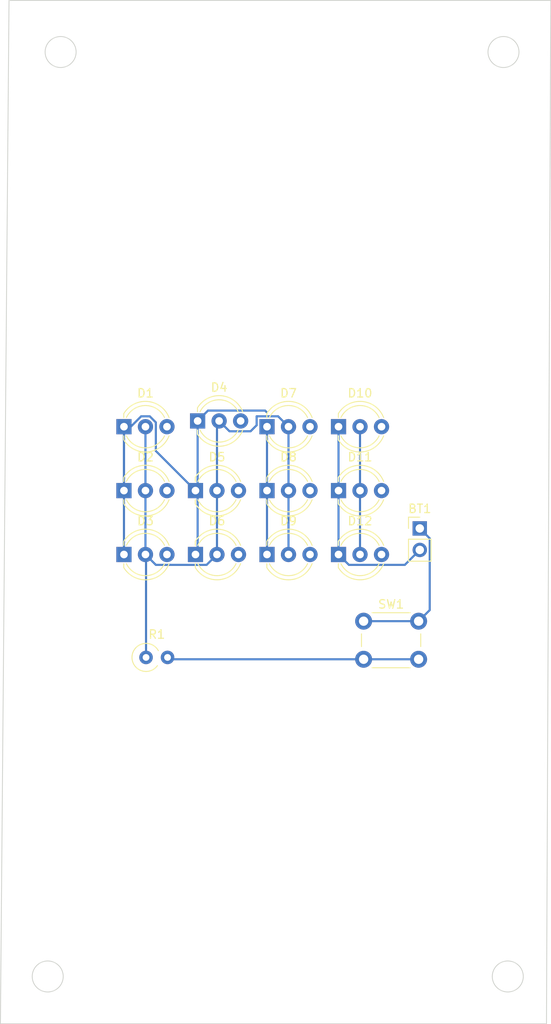
<source format=kicad_pcb>
(kicad_pcb (version 20221018) (generator pcbnew)
  (layers (0 "F.Cu" signal) (31 "B.Cu" signal) (34 "B.Paste" user) (35 "F.Paste" user) (36 "B.SilkS" user "B.Silkscreen") (37 "F.SilkS" user "F.Silkscreen") (38 "B.Mask" user) (39 "F.Mask" user) (44 "Edge.Cuts" user))
  (net 0 "")
  (net 1 "Net-(BT1-+)")
  (net 2 "Net-(BT1--)")
  (net 3 "Net-(D1-A)")
  (net 4 "Net-(R1-Pad2)")
  (footprint "LED_THT:LED_D5.0mm-3" (layer "F.Cu") (at 133.604 83.89)
    (fp_text reference "D7" (at 2.54 -3.96) (layer "F.SilkS"))
    (fp_text value "LED")
    (fp_line (start -0.02 -1.545) (end -0.02 -1.08) (stroke (width 0.12)) (layer "F.SilkS"))
    (fp_line (start -0.02 1.08) (end -0.02 1.545) (stroke (width 0.12)) (layer "F.SilkS"))
    (fp_arc (start -0.02 -1.54483) (mid 2.798456 -2.978809) (end 5.327815 -1.080827) (stroke (width 0.12)) (layer "F.SilkS"))
    (fp_arc (start 0.285316 -1.08) (mid 2.539762 -2.5) (end 4.794479 -1.080429) (stroke (width 0.12)) (layer "F.SilkS"))
    (fp_arc (start 4.794479 1.080429) (mid 2.539762 2.5) (end 0.285316 1.08) (stroke (width 0.12)) (layer "F.SilkS"))
    (fp_arc (start 5.327815 1.080827) (mid 2.798456 2.978808) (end -0.02 1.54483) (stroke (width 0.12)) (layer "F.SilkS"))
    (pad "1" thru_hole rect (at 0 0) (size 1.8 1.8) (drill 0.9) (layers "*.Cu" "*.Mask") (net 2 "Net-(BT1--)"))
    (pad "2" thru_hole circle (at 2.54 0) (size 1.8 1.8) (drill 0.9) (layers "*.Cu" "*.Mask") (net 3 "Net-(D1-A)"))
    (pad "3" thru_hole circle (at 5.08 0) (size 1.8 1.8) (drill 0.9) (layers "*.Cu" "*.Mask"))
  )
  (footprint "LED_THT:LED_D5.0mm-3" (layer "F.Cu") (at 133.604 98.99)
    (fp_text reference "D9" (at 2.54 -3.96) (layer "F.SilkS"))
    (fp_text value "LED")
    (fp_line (start -0.02 -1.545) (end -0.02 -1.08) (stroke (width 0.12)) (layer "F.SilkS"))
    (fp_line (start -0.02 1.08) (end -0.02 1.545) (stroke (width 0.12)) (layer "F.SilkS"))
    (fp_arc (start -0.02 -1.54483) (mid 2.798456 -2.978809) (end 5.327815 -1.080827) (stroke (width 0.12)) (layer "F.SilkS"))
    (fp_arc (start 0.285316 -1.08) (mid 2.539762 -2.5) (end 4.794479 -1.080429) (stroke (width 0.12)) (layer "F.SilkS"))
    (fp_arc (start 4.794479 1.080429) (mid 2.539762 2.5) (end 0.285316 1.08) (stroke (width 0.12)) (layer "F.SilkS"))
    (fp_arc (start 5.327815 1.080827) (mid 2.798456 2.978808) (end -0.02 1.54483) (stroke (width 0.12)) (layer "F.SilkS"))
    (pad "1" thru_hole rect (at 0 0) (size 1.8 1.8) (drill 0.9) (layers "*.Cu" "*.Mask") (net 2 "Net-(BT1--)"))
    (pad "2" thru_hole circle (at 2.54 0) (size 1.8 1.8) (drill 0.9) (layers "*.Cu" "*.Mask") (net 3 "Net-(D1-A)"))
    (pad "3" thru_hole circle (at 5.08 0) (size 1.8 1.8) (drill 0.9) (layers "*.Cu" "*.Mask"))
  )
  (footprint "LED_THT:LED_D5.0mm-3" (layer "F.Cu") (at 142.054 98.99)
    (fp_text reference "D12" (at 2.54 -3.96) (layer "F.SilkS"))
    (fp_text value "LED")
    (fp_line (start -0.02 -1.545) (end -0.02 -1.08) (stroke (width 0.12)) (layer "F.SilkS"))
    (fp_line (start -0.02 1.08) (end -0.02 1.545) (stroke (width 0.12)) (layer "F.SilkS"))
    (fp_arc (start -0.02 -1.54483) (mid 2.798456 -2.978809) (end 5.327815 -1.080827) (stroke (width 0.12)) (layer "F.SilkS"))
    (fp_arc (start 0.285316 -1.08) (mid 2.539762 -2.5) (end 4.794479 -1.080429) (stroke (width 0.12)) (layer "F.SilkS"))
    (fp_arc (start 4.794479 1.080429) (mid 2.539762 2.5) (end 0.285316 1.08) (stroke (width 0.12)) (layer "F.SilkS"))
    (fp_arc (start 5.327815 1.080827) (mid 2.798456 2.978808) (end -0.02 1.54483) (stroke (width 0.12)) (layer "F.SilkS"))
    (pad "1" thru_hole rect (at 0 0) (size 1.8 1.8) (drill 0.9) (layers "*.Cu" "*.Mask") (net 2 "Net-(BT1--)"))
    (pad "2" thru_hole circle (at 2.54 0) (size 1.8 1.8) (drill 0.9) (layers "*.Cu" "*.Mask") (net 3 "Net-(D1-A)"))
    (pad "3" thru_hole circle (at 5.08 0) (size 1.8 1.8) (drill 0.9) (layers "*.Cu" "*.Mask"))
  )
  (footprint "LED_THT:LED_D5.0mm-3" (layer "F.Cu") (at 116.704 91.44)
    (fp_text reference "D2" (at 2.54 -3.96) (layer "F.SilkS"))
    (fp_text value "LED")
    (fp_line (start -0.02 -1.545) (end -0.02 -1.08) (stroke (width 0.12)) (layer "F.SilkS"))
    (fp_line (start -0.02 1.08) (end -0.02 1.545) (stroke (width 0.12)) (layer "F.SilkS"))
    (fp_arc (start -0.02 -1.54483) (mid 2.798456 -2.978809) (end 5.327815 -1.080827) (stroke (width 0.12)) (layer "F.SilkS"))
    (fp_arc (start 0.285316 -1.08) (mid 2.539762 -2.5) (end 4.794479 -1.080429) (stroke (width 0.12)) (layer "F.SilkS"))
    (fp_arc (start 4.794479 1.080429) (mid 2.539762 2.5) (end 0.285316 1.08) (stroke (width 0.12)) (layer "F.SilkS"))
    (fp_arc (start 5.327815 1.080827) (mid 2.798456 2.978808) (end -0.02 1.54483) (stroke (width 0.12)) (layer "F.SilkS"))
    (pad "1" thru_hole rect (at 0 0) (size 1.8 1.8) (drill 0.9) (layers "*.Cu" "*.Mask") (net 2 "Net-(BT1--)"))
    (pad "2" thru_hole circle (at 2.54 0) (size 1.8 1.8) (drill 0.9) (layers "*.Cu" "*.Mask") (net 3 "Net-(D1-A)"))
    (pad "3" thru_hole circle (at 5.08 0) (size 1.8 1.8) (drill 0.9) (layers "*.Cu" "*.Mask"))
  )
  (footprint "LED_THT:LED_D5.0mm-3" (layer "F.Cu") (at 125.154 98.99)
    (fp_text reference "D6" (at 2.54 -3.96) (layer "F.SilkS"))
    (fp_text value "LED")
    (fp_line (start -0.02 -1.545) (end -0.02 -1.08) (stroke (width 0.12)) (layer "F.SilkS"))
    (fp_line (start -0.02 1.08) (end -0.02 1.545) (stroke (width 0.12)) (layer "F.SilkS"))
    (fp_arc (start -0.02 -1.54483) (mid 2.798456 -2.978809) (end 5.327815 -1.080827) (stroke (width 0.12)) (layer "F.SilkS"))
    (fp_arc (start 0.285316 -1.08) (mid 2.539762 -2.5) (end 4.794479 -1.080429) (stroke (width 0.12)) (layer "F.SilkS"))
    (fp_arc (start 4.794479 1.080429) (mid 2.539762 2.5) (end 0.285316 1.08) (stroke (width 0.12)) (layer "F.SilkS"))
    (fp_arc (start 5.327815 1.080827) (mid 2.798456 2.978808) (end -0.02 1.54483) (stroke (width 0.12)) (layer "F.SilkS"))
    (pad "1" thru_hole rect (at 0 0) (size 1.8 1.8) (drill 0.9) (layers "*.Cu" "*.Mask") (net 2 "Net-(BT1--)"))
    (pad "2" thru_hole circle (at 2.54 0) (size 1.8 1.8) (drill 0.9) (layers "*.Cu" "*.Mask") (net 3 "Net-(D1-A)"))
    (pad "3" thru_hole circle (at 5.08 0) (size 1.8 1.8) (drill 0.9) (layers "*.Cu" "*.Mask"))
  )
  (footprint "LED_THT:LED_D5.0mm-3" (layer "F.Cu") (at 133.604 91.44)
    (fp_text reference "D8" (at 2.54 -3.96) (layer "F.SilkS"))
    (fp_text value "LED")
    (fp_line (start -0.02 -1.545) (end -0.02 -1.08) (stroke (width 0.12)) (layer "F.SilkS"))
    (fp_line (start -0.02 1.08) (end -0.02 1.545) (stroke (width 0.12)) (layer "F.SilkS"))
    (fp_arc (start -0.02 -1.54483) (mid 2.798456 -2.978809) (end 5.327815 -1.080827) (stroke (width 0.12)) (layer "F.SilkS"))
    (fp_arc (start 0.285316 -1.08) (mid 2.539762 -2.5) (end 4.794479 -1.080429) (stroke (width 0.12)) (layer "F.SilkS"))
    (fp_arc (start 4.794479 1.080429) (mid 2.539762 2.5) (end 0.285316 1.08) (stroke (width 0.12)) (layer "F.SilkS"))
    (fp_arc (start 5.327815 1.080827) (mid 2.798456 2.978808) (end -0.02 1.54483) (stroke (width 0.12)) (layer "F.SilkS"))
    (pad "1" thru_hole rect (at 0 0) (size 1.8 1.8) (drill 0.9) (layers "*.Cu" "*.Mask") (net 2 "Net-(BT1--)"))
    (pad "2" thru_hole circle (at 2.54 0) (size 1.8 1.8) (drill 0.9) (layers "*.Cu" "*.Mask") (net 3 "Net-(D1-A)"))
    (pad "3" thru_hole circle (at 5.08 0) (size 1.8 1.8) (drill 0.9) (layers "*.Cu" "*.Mask"))
  )
  (footprint "LED_THT:LED_D5.0mm-3" (layer "F.Cu") (at 125.154 91.44)
    (fp_text reference "D5" (at 2.54 -3.96) (layer "F.SilkS"))
    (fp_text value "LED")
    (fp_line (start -0.02 -1.545) (end -0.02 -1.08) (stroke (width 0.12)) (layer "F.SilkS"))
    (fp_line (start -0.02 1.08) (end -0.02 1.545) (stroke (width 0.12)) (layer "F.SilkS"))
    (fp_arc (start -0.02 -1.54483) (mid 2.798456 -2.978809) (end 5.327815 -1.080827) (stroke (width 0.12)) (layer "F.SilkS"))
    (fp_arc (start 0.285316 -1.08) (mid 2.539762 -2.5) (end 4.794479 -1.080429) (stroke (width 0.12)) (layer "F.SilkS"))
    (fp_arc (start 4.794479 1.080429) (mid 2.539762 2.5) (end 0.285316 1.08) (stroke (width 0.12)) (layer "F.SilkS"))
    (fp_arc (start 5.327815 1.080827) (mid 2.798456 2.978808) (end -0.02 1.54483) (stroke (width 0.12)) (layer "F.SilkS"))
    (pad "1" thru_hole rect (at 0 0) (size 1.8 1.8) (drill 0.9) (layers "*.Cu" "*.Mask") (net 2 "Net-(BT1--)"))
    (pad "2" thru_hole circle (at 2.54 0) (size 1.8 1.8) (drill 0.9) (layers "*.Cu" "*.Mask") (net 3 "Net-(D1-A)"))
    (pad "3" thru_hole circle (at 5.08 0) (size 1.8 1.8) (drill 0.9) (layers "*.Cu" "*.Mask"))
  )
  (footprint "Button_Switch_THT:SW_PUSH_6mm" (layer "F.Cu") (at 145.018 106.86858)
    (fp_text reference "SW1" (at 3.25 -2) (layer "F.SilkS"))
    (fp_text value "SW_Push")
    (fp_line (start -0.25 1.5) (end -0.25 3) (stroke (width 0.12)) (layer "F.SilkS"))
    (fp_line (start 1 5.5) (end 5.5 5.5) (stroke (width 0.12)) (layer "F.SilkS"))
    (fp_line (start 5.5 -1) (end 1 -1) (stroke (width 0.12)) (layer "F.SilkS"))
    (fp_line (start 6.75 3) (end 6.75 1.5) (stroke (width 0.12)) (layer "F.SilkS"))
    (pad "1" thru_hole circle (at 0 0 90) (size 2 2) (drill 1.1) (layers "*.Cu" "*.Mask") (net 1 "Net-(BT1-+)"))
    (pad "1" thru_hole circle (at 6.5 0 90) (size 2 2) (drill 1.1) (layers "*.Cu" "*.Mask") (net 1 "Net-(BT1-+)"))
    (pad "2" thru_hole circle (at 0 4.5 90) (size 2 2) (drill 1.1) (layers "*.Cu" "*.Mask") (net 4 "Net-(R1-Pad2)"))
    (pad "2" thru_hole circle (at 6.5 4.5 90) (size 2 2) (drill 1.1) (layers "*.Cu" "*.Mask") (net 4 "Net-(R1-Pad2)"))
  )
  (footprint "LED_THT:LED_D5.0mm-3" (layer "F.Cu") (at 142.054 83.89)
    (fp_text reference "D10" (at 2.54 -3.96) (layer "F.SilkS"))
    (fp_text value "LED")
    (fp_line (start -0.02 -1.545) (end -0.02 -1.08) (stroke (width 0.12)) (layer "F.SilkS"))
    (fp_line (start -0.02 1.08) (end -0.02 1.545) (stroke (width 0.12)) (layer "F.SilkS"))
    (fp_arc (start -0.02 -1.54483) (mid 2.798456 -2.978809) (end 5.327815 -1.080827) (stroke (width 0.12)) (layer "F.SilkS"))
    (fp_arc (start 0.285316 -1.08) (mid 2.539762 -2.5) (end 4.794479 -1.080429) (stroke (width 0.12)) (layer "F.SilkS"))
    (fp_arc (start 4.794479 1.080429) (mid 2.539762 2.5) (end 0.285316 1.08) (stroke (width 0.12)) (layer "F.SilkS"))
    (fp_arc (start 5.327815 1.080827) (mid 2.798456 2.978808) (end -0.02 1.54483) (stroke (width 0.12)) (layer "F.SilkS"))
    (pad "1" thru_hole rect (at 0 0) (size 1.8 1.8) (drill 0.9) (layers "*.Cu" "*.Mask") (net 2 "Net-(BT1--)"))
    (pad "2" thru_hole circle (at 2.54 0) (size 1.8 1.8) (drill 0.9) (layers "*.Cu" "*.Mask") (net 3 "Net-(D1-A)"))
    (pad "3" thru_hole circle (at 5.08 0) (size 1.8 1.8) (drill 0.9) (layers "*.Cu" "*.Mask"))
  )
  (footprint "Resistor_THT:R_Axial_DIN0309_L9.0mm_D3.2mm_P2.54mm_Vertical" (layer "F.Cu") (at 119.312 111.15058)
    (fp_text reference "R1" (at 1.27 -2.72) (layer "F.SilkS"))
    (fp_text value "R")
    (fp_arc (start 1.344775 0.97138) (mid -1.655812 -0.101418) (end 1.453272 -0.8) (stroke (width 0.12)) (layer "F.SilkS"))
    (pad "1" thru_hole circle (at 0 0) (size 1.6 1.6) (drill 0.8) (layers "*.Cu" "*.Mask") (net 3 "Net-(D1-A)"))
    (pad "2" thru_hole oval (at 2.54 0) (size 1.6 1.6) (drill 0.8) (layers "*.Cu" "*.Mask") (net 4 "Net-(R1-Pad2)"))
  )
  (footprint "LED_THT:LED_D5.0mm-3" (layer "F.Cu") (at 116.704 83.89)
    (fp_text reference "D1" (at 2.54 -3.96) (layer "F.SilkS"))
    (fp_text value "LED")
    (fp_line (start -0.02 -1.545) (end -0.02 -1.08) (stroke (width 0.12)) (layer "F.SilkS"))
    (fp_line (start -0.02 1.08) (end -0.02 1.545) (stroke (width 0.12)) (layer "F.SilkS"))
    (fp_arc (start -0.02 -1.54483) (mid 2.798456 -2.978809) (end 5.327815 -1.080827) (stroke (width 0.12)) (layer "F.SilkS"))
    (fp_arc (start 0.285316 -1.08) (mid 2.539762 -2.5) (end 4.794479 -1.080429) (stroke (width 0.12)) (layer "F.SilkS"))
    (fp_arc (start 4.794479 1.080429) (mid 2.539762 2.5) (end 0.285316 1.08) (stroke (width 0.12)) (layer "F.SilkS"))
    (fp_arc (start 5.327815 1.080827) (mid 2.798456 2.978808) (end -0.02 1.54483) (stroke (width 0.12)) (layer "F.SilkS"))
    (pad "1" thru_hole rect (at 0 0) (size 1.8 1.8) (drill 0.9) (layers "*.Cu" "*.Mask") (net 2 "Net-(BT1--)"))
    (pad "2" thru_hole circle (at 2.54 0) (size 1.8 1.8) (drill 0.9) (layers "*.Cu" "*.Mask") (net 3 "Net-(D1-A)"))
    (pad "3" thru_hole circle (at 5.08 0) (size 1.8 1.8) (drill 0.9) (layers "*.Cu" "*.Mask"))
  )
  (footprint "LED_THT:LED_D5.0mm-3" (layer "F.Cu") (at 125.408 83.21058)
    (fp_text reference "D4" (at 2.54 -3.96) (layer "F.SilkS"))
    (fp_text value "LED")
    (fp_line (start -0.02 -1.545) (end -0.02 -1.08) (stroke (width 0.12)) (layer "F.SilkS"))
    (fp_line (start -0.02 1.08) (end -0.02 1.545) (stroke (width 0.12)) (layer "F.SilkS"))
    (fp_arc (start -0.02 -1.54483) (mid 2.798456 -2.978809) (end 5.327815 -1.080827) (stroke (width 0.12)) (layer "F.SilkS"))
    (fp_arc (start 0.285316 -1.08) (mid 2.539762 -2.5) (end 4.794479 -1.080429) (stroke (width 0.12)) (layer "F.SilkS"))
    (fp_arc (start 4.794479 1.080429) (mid 2.539762 2.5) (end 0.285316 1.08) (stroke (width 0.12)) (layer "F.SilkS"))
    (fp_arc (start 5.327815 1.080827) (mid 2.798456 2.978808) (end -0.02 1.54483) (stroke (width 0.12)) (layer "F.SilkS"))
    (pad "1" thru_hole rect (at 0 0) (size 1.8 1.8) (drill 0.9) (layers "*.Cu" "*.Mask") (net 2 "Net-(BT1--)"))
    (pad "2" thru_hole circle (at 2.54 0) (size 1.8 1.8) (drill 0.9) (layers "*.Cu" "*.Mask") (net 3 "Net-(D1-A)"))
    (pad "3" thru_hole circle (at 5.08 0) (size 1.8 1.8) (drill 0.9) (layers "*.Cu" "*.Mask"))
  )
  (footprint "LED_THT:LED_D5.0mm-3" (layer "F.Cu") (at 142.054 91.44)
    (fp_text reference "D11" (at 2.54 -3.96) (layer "F.SilkS"))
    (fp_text value "LED")
    (fp_line (start -0.02 -1.545) (end -0.02 -1.08) (stroke (width 0.12)) (layer "F.SilkS"))
    (fp_line (start -0.02 1.08) (end -0.02 1.545) (stroke (width 0.12)) (layer "F.SilkS"))
    (fp_arc (start -0.02 -1.54483) (mid 2.798456 -2.978809) (end 5.327815 -1.080827) (stroke (width 0.12)) (layer "F.SilkS"))
    (fp_arc (start 0.285316 -1.08) (mid 2.539762 -2.5) (end 4.794479 -1.080429) (stroke (width 0.12)) (layer "F.SilkS"))
    (fp_arc (start 4.794479 1.080429) (mid 2.539762 2.5) (end 0.285316 1.08) (stroke (width 0.12)) (layer "F.SilkS"))
    (fp_arc (start 5.327815 1.080827) (mid 2.798456 2.978808) (end -0.02 1.54483) (stroke (width 0.12)) (layer "F.SilkS"))
    (pad "1" thru_hole rect (at 0 0) (size 1.8 1.8) (drill 0.9) (layers "*.Cu" "*.Mask") (net 2 "Net-(BT1--)"))
    (pad "2" thru_hole circle (at 2.54 0) (size 1.8 1.8) (drill 0.9) (layers "*.Cu" "*.Mask") (net 3 "Net-(D1-A)"))
    (pad "3" thru_hole circle (at 5.08 0) (size 1.8 1.8) (drill 0.9) (layers "*.Cu" "*.Mask"))
  )
  (footprint "LED_THT:LED_D5.0mm-3" (layer "F.Cu") (at 116.704 98.99)
    (fp_text reference "D3" (at 2.54 -3.96) (layer "F.SilkS"))
    (fp_text value "LED")
    (fp_line (start -0.02 -1.545) (end -0.02 -1.08) (stroke (width 0.12)) (layer "F.SilkS"))
    (fp_line (start -0.02 1.08) (end -0.02 1.545) (stroke (width 0.12)) (layer "F.SilkS"))
    (fp_arc (start -0.02 -1.54483) (mid 2.798456 -2.978809) (end 5.327815 -1.080827) (stroke (width 0.12)) (layer "F.SilkS"))
    (fp_arc (start 0.285316 -1.08) (mid 2.539762 -2.5) (end 4.794479 -1.080429) (stroke (width 0.12)) (layer "F.SilkS"))
    (fp_arc (start 4.794479 1.080429) (mid 2.539762 2.5) (end 0.285316 1.08) (stroke (width 0.12)) (layer "F.SilkS"))
    (fp_arc (start 5.327815 1.080827) (mid 2.798456 2.978808) (end -0.02 1.54483) (stroke (width 0.12)) (layer "F.SilkS"))
    (pad "1" thru_hole rect (at 0 0) (size 1.8 1.8) (drill 0.9) (layers "*.Cu" "*.Mask") (net 2 "Net-(BT1--)"))
    (pad "2" thru_hole circle (at 2.54 0) (size 1.8 1.8) (drill 0.9) (layers "*.Cu" "*.Mask") (net 3 "Net-(D1-A)"))
    (pad "3" thru_hole circle (at 5.08 0) (size 1.8 1.8) (drill 0.9) (layers "*.Cu" "*.Mask"))
  )
  (footprint "Connector_PinHeader_2.54mm:PinHeader_1x02_P2.54mm_Vertical" (layer "F.Cu") (at 151.654 95.91058)
    (fp_text reference "BT1" (at 0 -2.33) (layer "F.SilkS"))
    (fp_text value "Battery")
    (fp_line (start -1.33 -1.33) (end 0 -1.33) (stroke (width 0.12)) (layer "F.SilkS"))
    (fp_line (start -1.33 0) (end -1.33 -1.33) (stroke (width 0.12)) (layer "F.SilkS"))
    (fp_line (start -1.33 1.27) (end -1.33 3.87) (stroke (width 0.12)) (layer "F.SilkS"))
    (fp_line (start -1.33 1.27) (end 1.33 1.27) (stroke (width 0.12)) (layer "F.SilkS"))
    (fp_line (start -1.33 3.87) (end 1.33 3.87) (stroke (width 0.12)) (layer "F.SilkS"))
    (fp_line (start 1.33 1.27) (end 1.33 3.87) (stroke (width 0.12)) (layer "F.SilkS"))
    (pad "1" thru_hole rect (at 0 0) (size 1.7 1.7) (drill 1) (layers "*.Cu" "*.Mask") (net 1 "Net-(BT1-+)"))
    (pad "2" thru_hole oval (at 0 2.54) (size 1.7 1.7) (drill 1) (layers "*.Cu" "*.Mask") (net 2 "Net-(BT1--)"))
  )
  (gr_line (start 103.124 33.528) (end 167.132 33.528) (stroke (width 0.1)) (layer "Edge.Cuts"))
  (gr_line (start 167.132 33.528) (end 166.624 154.432) (stroke (width 0.1)) (layer "Edge.Cuts"))
  (gr_circle (center 161.544 39.624) (end 160.02 38.608) (stroke (width 0.1)) (fill none) (layer "Edge.Cuts"))
  (gr_line (start 103.124 33.528) (end 102.108 154.432) (stroke (width 0.1)) (layer "Edge.Cuts"))
  (gr_circle (center 162.052 148.844) (end 161.036 147.32) (stroke (width 0.1)) (fill none) (layer "Edge.Cuts"))
  (gr_circle (center 109.22 39.624) (end 110.744 40.64) (stroke (width 0.1)) (fill none) (layer "Edge.Cuts"))
  (gr_line (start 166.624 154.432) (end 102.108 154.432) (stroke (width 0.1)) (layer "Edge.Cuts"))
  (gr_circle (center 107.696 148.844) (end 106.68 150.368) (stroke (width 0.1)) (fill none) (layer "Edge.Cuts"))
  (segment (start 121.784 98.99) (end 121.37542 98.99) (width 0.25) (layer "B.Cu") (net 0))
  (segment (start 121.37542 98.99) (end 121.344 98.95858) (width 0.25) (layer "B.Cu") (net 0))
  (segment (start 152.829 105.55758) (end 152.829 97.08558) (width 0.25) (layer "B.Cu") (net 1))
  (segment (start 152.829 97.08558) (end 151.654 95.91058) (width 0.25) (layer "B.Cu") (net 1))
  (segment (start 151.518 106.86858) (end 145.018 106.86858) (width 0.25) (layer "B.Cu") (net 1))
  (segment (start 151.518 106.86858) (end 152.829 105.55758) (width 0.25) (layer "B.Cu") (net 1))
  (segment (start 116.704 84.697588) (end 116.704 91.44) (width 0.25) (layer "B.Cu") (net 2))
  (segment (start 118.736588 82.665) (end 116.704 84.697588) (width 0.25) (layer "B.Cu") (net 2))
  (segment (start 142.054 98.99) (end 142.054 83.89) (width 0.25) (layer "B.Cu") (net 2))
  (segment (start 125.916 83.71858) (end 125.408 83.21058) (width 0.25) (layer "B.Cu") (net 2))
  (segment (start 125.408 98.736) (end 125.154 98.99) (width 0.25) (layer "B.Cu") (net 2))
  (segment (start 125.154 91.44) (end 120.469 86.755) (width 0.25) (layer "B.Cu") (net 2))
  (segment (start 126.633 81.98558) (end 133.37458 81.98558) (width 0.25) (layer "B.Cu") (net 2))
  (segment (start 151.654 98.45058) (end 149.88958 100.215) (width 0.25) (layer "B.Cu") (net 2))
  (segment (start 133.604 98.99) (end 133.604 83.89) (width 0.25) (layer "B.Cu") (net 2))
  (segment (start 116.704 98.99) (end 116.704 83.89) (width 0.25) (layer "B.Cu") (net 2))
  (segment (start 120.469 86.755) (end 120.469 83.382588) (width 0.25) (layer "B.Cu") (net 2))
  (segment (start 125.408 83.21058) (end 126.633 81.98558) (width 0.25) (layer "B.Cu") (net 2))
  (segment (start 125.408 83.21058) (end 125.408 98.736) (width 0.25) (layer "B.Cu") (net 2))
  (segment (start 143.279 100.215) (end 142.054 98.99) (width 0.25) (layer "B.Cu") (net 2))
  (segment (start 133.37458 81.98558) (end 133.604 82.215) (width 0.25) (layer "B.Cu") (net 2))
  (segment (start 149.88958 100.215) (end 143.279 100.215) (width 0.25) (layer "B.Cu") (net 2))
  (segment (start 119.751412 82.665) (end 118.736588 82.665) (width 0.25) (layer "B.Cu") (net 2))
  (segment (start 120.469 83.382588) (end 119.751412 82.665) (width 0.25) (layer "B.Cu") (net 2))
  (segment (start 127.694 98.99) (end 127.694 83.46458) (width 0.25) (layer "B.Cu") (net 3))
  (segment (start 127.694 83.46458) (end 127.948 83.21058) (width 0.25) (layer "B.Cu") (net 3))
  (segment (start 144.594 91.33858) (end 144.594 83.89) (width 0.25) (layer "B.Cu") (net 3))
  (segment (start 129.173 84.43558) (end 127.948 83.21058) (width 0.25) (layer "B.Cu") (net 3))
  (segment (start 136.144 83.89) (end 134.919 82.665) (width 0.25) (layer "B.Cu") (net 3))
  (segment (start 120.469 100.215) (end 126.469 100.215) (width 0.25) (layer "B.Cu") (net 3))
  (segment (start 119.312 111.15058) (end 119.312 99.058) (width 0.25) (layer "B.Cu") (net 3))
  (segment (start 144.594 98.99) (end 144.594 91.33858) (width 0.25) (layer "B.Cu") (net 3))
  (segment (start 119.244 98.99) (end 120.469 100.215) (width 0.25) (layer "B.Cu") (net 3))
  (segment (start 131.662 84.43558) (end 129.173 84.43558) (width 0.25) (layer "B.Cu") (net 3))
  (segment (start 144.594 91.44) (end 144.594 91.33858) (width 0.25) (layer "B.Cu") (net 3))
  (segment (start 136.144 83.89) (end 136.144 98.99) (width 0.25) (layer "B.Cu") (net 3))
  (segment (start 132.379 82.665) (end 132.379 83.71858) (width 0.25) (layer "B.Cu") (net 3))
  (segment (start 132.379 83.71858) (end 131.662 84.43558) (width 0.25) (layer "B.Cu") (net 3))
  (segment (start 119.312 99.058) (end 119.244 98.99) (width 0.25) (layer "B.Cu") (net 3))
  (segment (start 126.469 100.215) (end 127.694 98.99) (width 0.25) (layer "B.Cu") (net 3))
  (segment (start 134.919 82.665) (end 132.379 82.665) (width 0.25) (layer "B.Cu") (net 3))
  (segment (start 119.244 98.99) (end 119.244 83.89) (width 0.25) (layer "B.Cu") (net 3))
  (segment (start 151.518 111.36858) (end 122.07 111.36858) (width 0.25) (layer "B.Cu") (net 4))
  (segment (start 122.07 111.36858) (end 121.852 111.15058) (width 0.25) (layer "B.Cu") (net 4))
)
</source>
